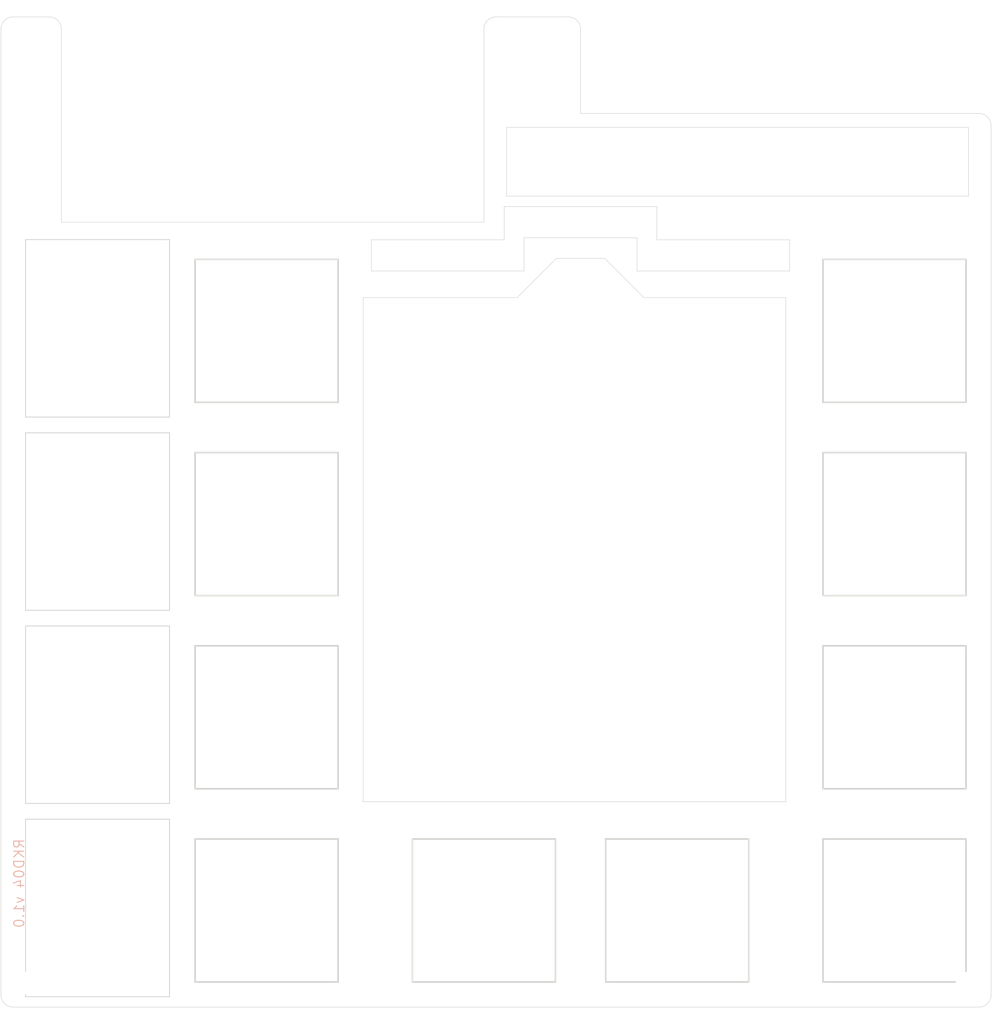
<source format=kicad_pcb>
(kicad_pcb (version 20240108) (generator "pcbnew") (generator_version "8.0")
  (layers (0 "F.Cu" signal) (31 "B.Cu" signal) (34 "B.Paste" user) (35 "F.Paste" user) (36 "B.SilkS" user "B.Silkscreen") (37 "F.SilkS" user "F.Silkscreen") (38 "B.Mask" user) (39 "F.Mask" user) (44 "Edge.Cuts" user))
  (net 0 "")
  (footprint "kbd_SW_Hole:SW_Hole_1u" (layer "F.Cu") (at 130.968648 66.674987)
    (property "Reference" "SW12" (hide yes))
    (property "Value" "SW_Push" (hide yes))
    (fp_line (start -7.05 -7.05) (end 7.05 -7.05) (stroke (width 0.15)) (layer "Edge.Cuts"))
    (fp_line (start -7.05 7.05) (end -7.05 -7.05) (stroke (width 0.15)) (layer "Edge.Cuts"))
    (fp_line (start 7.05 -7.05) (end 7.05 7.05) (stroke (width 0.15)) (layer "Edge.Cuts"))
    (fp_line (start 7.05 7.05) (end -7.05 7.05) (stroke (width 0.15)) (layer "Edge.Cuts"))
  )
  (footprint "kbd_SW_Hole:SW_Hole_1u" (layer "F.Cu") (at 69.056148 104.774937)
    (property "Reference" "SW8" (hide yes))
    (property "Value" "SW_Push" (hide yes))
    (fp_line (start -7.05 -7.05) (end 7.05 -7.05) (stroke (width 0.15)) (layer "Edge.Cuts"))
    (fp_line (start -7.05 7.05) (end -7.05 -7.05) (stroke (width 0.15)) (layer "Edge.Cuts"))
    (fp_line (start 7.05 -7.05) (end 7.05 7.05) (stroke (width 0.15)) (layer "Edge.Cuts"))
    (fp_line (start 7.05 7.05) (end -7.05 7.05) (stroke (width 0.15)) (layer "Edge.Cuts"))
  )
  (footprint "kbd_SW_Hole:SW_Hole_1u" (layer "F.Cu") (at 90.487448 104.774937)
    (property "Reference" "SW9" (hide yes))
    (property "Value" "SW_Push" (hide yes))
    (fp_line (start -7.05 -7.05) (end 7.05 -7.05) (stroke (width 0.15)) (layer "Edge.Cuts"))
    (fp_line (start -7.05 7.05) (end -7.05 -7.05) (stroke (width 0.15)) (layer "Edge.Cuts"))
    (fp_line (start 7.05 -7.05) (end 7.05 7.05) (stroke (width 0.15)) (layer "Edge.Cuts"))
    (fp_line (start 7.05 7.05) (end -7.05 7.05) (stroke (width 0.15)) (layer "Edge.Cuts"))
  )
  (footprint "kbd_SW_Hole:SW_Hole_1u" (layer "F.Cu") (at 69.056098 85.724987)
    (property "Reference" "SW7" (hide yes))
    (property "Value" "SW_Push" (hide yes))
    (fp_line (start -7.05 -7.05) (end 7.05 -7.05) (stroke (width 0.15)) (layer "Edge.Cuts"))
    (fp_line (start -7.05 7.05) (end -7.05 -7.05) (stroke (width 0.15)) (layer "Edge.Cuts"))
    (fp_line (start 7.05 -7.05) (end 7.05 7.05) (stroke (width 0.15)) (layer "Edge.Cuts"))
    (fp_line (start 7.05 7.05) (end -7.05 7.05) (stroke (width 0.15)) (layer "Edge.Cuts"))
  )
  (footprint "Rikkodo_FootPrint:rkd_KeyHall_6wx45_Cinderella" (layer "F.Cu") (at 115.490523 30.956137 180)
    (property "Reference" "LED3" (hide yes))
    (property "Value" "LED_SK6812MINI-E" (hide yes))
    (fp_line (start 22.775 3.3875) (end -22.775 3.3875) (stroke (width 0.05)) (layer "Edge.Cuts"))
    (fp_line (start 22.775 -3.3875) (end 22.775 3.3875) (stroke (width 0.05)) (layer "Edge.Cuts"))
    (fp_line (start 22.775 -3.3875) (end -22.775 -3.3875) (stroke (width 0.05)) (layer "Edge.Cuts"))
    (fp_line (start -22.775 3.3875) (end -22.775 -3.3875) (stroke (width 0.05)) (layer "Edge.Cuts"))
  )
  (footprint "kbd_SW_Hole:SW_Hole_1u" (layer "F.Cu") (at 69.056098 66.674987)
    (property "Reference" "SW6" (hide yes))
    (property "Value" "SW_Push" (hide yes))
    (fp_line (start -7.05 -7.05) (end 7.05 -7.05) (stroke (width 0.15)) (layer "Edge.Cuts"))
    (fp_line (start -7.05 7.05) (end -7.05 -7.05) (stroke (width 0.15)) (layer "Edge.Cuts"))
    (fp_line (start 7.05 -7.05) (end 7.05 7.05) (stroke (width 0.15)) (layer "Edge.Cuts"))
    (fp_line (start 7.05 7.05) (end -7.05 7.05) (stroke (width 0.15)) (layer "Edge.Cuts"))
  )
  (footprint "BrownSugar_KBD:RotaryEncoder_EC11-Hole" (layer "F.Cu") (at 52.387398 104.774987 180)
    (property "Reference" "SW4")
    (property "Value" "RotaryEncoder_Switch")
    (fp_line (start 7.1 9) (end -7.1 9) (stroke (width 0.08)) (layer "Edge.Cuts"))
    (fp_line (start 7.1 -8.5) (end 7.1 9) (stroke (width 0.08)) (layer "Edge.Cuts"))
    (fp_line (start -7.1 9) (end -7.1 -8.5) (stroke (width 0.08)) (layer "Edge.Cuts"))
    (fp_line (start -7.1 -8.5) (end 7.1 -8.5) (stroke (width 0.08)) (layer "Edge.Cuts"))
  )
  (footprint "BrownSugar_KBD:RotaryEncoder_EC11-Hole" (layer "F.Cu") (at 52.387348 66.674987 180)
    (property "Reference" "SW2")
    (property "Value" "RotaryEncoder_Switch")
    (fp_line (start 7.1 9) (end -7.1 9) (stroke (width 0.08)) (layer "Edge.Cuts"))
    (fp_line (start 7.1 -8.5) (end 7.1 9) (stroke (width 0.08)) (layer "Edge.Cuts"))
    (fp_line (start -7.1 9) (end -7.1 -8.5) (stroke (width 0.08)) (layer "Edge.Cuts"))
    (fp_line (start -7.1 -8.5) (end 7.1 -8.5) (stroke (width 0.08)) (layer "Edge.Cuts"))
  )
  (footprint "kbd_SW_Hole:SW_Hole_1u" (layer "F.Cu") (at 109.537448 104.774937)
    (property "Reference" "SW10" (hide yes))
    (property "Value" "SW_Push" (hide yes))
    (fp_line (start -7.05 -7.05) (end 7.05 -7.05) (stroke (width 0.15)) (layer "Edge.Cuts"))
    (fp_line (start -7.05 7.05) (end -7.05 -7.05) (stroke (width 0.15)) (layer "Edge.Cuts"))
    (fp_line (start 7.05 -7.05) (end 7.05 7.05) (stroke (width 0.15)) (layer "Edge.Cuts"))
    (fp_line (start 7.05 7.05) (end -7.05 7.05) (stroke (width 0.15)) (layer "Edge.Cuts"))
  )
  (footprint "kbd_Hole:m2_Screw_Hole" (layer "F.Cu") (at 45.243788 19.050016)
    (property "Reference" "Ref**")
    (property "Value" "Val**")
    (pad "" np_thru_hole circle (at 0 0) (size 2.2 2.2) (drill 2.2) (layers "*.Cu" "*.Mask"))
  )
  (footprint "kbd_SW_Hole:SW_Hole_1u" (layer "F.Cu") (at 130.968648 47.624987)
    (property "Reference" "SW11" (hide yes))
    (property "Value" "SW_Push" (hide yes))
    (fp_line (start -7.05 -7.05) (end 7.05 -7.05) (stroke (width 0.15)) (layer "Edge.Cuts"))
    (fp_line (start -7.05 7.05) (end -7.05 -7.05) (stroke (width 0.15)) (layer "Edge.Cuts"))
    (fp_line (start 7.05 -7.05) (end 7.05 7.05) (stroke (width 0.15)) (layer "Edge.Cuts"))
    (fp_line (start 7.05 7.05) (end -7.05 7.05) (stroke (width 0.15)) (layer "Edge.Cuts"))
  )
  (footprint "kbd_SW_Hole:SW_Hole_1u" (layer "F.Cu") (at 69.056098 47.624987)
    (property "Reference" "SW5" (hide yes))
    (property "Value" "SW_Push" (hide yes))
    (fp_line (start -7.05 -7.05) (end 7.05 -7.05) (stroke (width 0.15)) (layer "Edge.Cuts"))
    (fp_line (start -7.05 7.05) (end -7.05 -7.05) (stroke (width 0.15)) (layer "Edge.Cuts"))
    (fp_line (start 7.05 -7.05) (end 7.05 7.05) (stroke (width 0.15)) (layer "Edge.Cuts"))
    (fp_line (start 7.05 7.05) (end -7.05 7.05) (stroke (width 0.15)) (layer "Edge.Cuts"))
  )
  (footprint "kbd_SW_Hole:SW_Hole_1u" (layer "F.Cu") (at 130.968648 104.774987)
    (property "Reference" "SW14" (hide yes))
    (property "Value" "SW_Push" (hide yes))
    (fp_line (start -7.05 -7.05) (end 7.05 -7.05) (stroke (width 0.15)) (layer "Edge.Cuts"))
    (fp_line (start -7.05 7.05) (end -7.05 -7.05) (stroke (width 0.15)) (layer "Edge.Cuts"))
    (fp_line (start 7.05 -7.05) (end 7.05 7.05) (stroke (width 0.15)) (layer "Edge.Cuts"))
    (fp_line (start 7.05 7.05) (end -7.05 7.05) (stroke (width 0.15)) (layer "Edge.Cuts"))
  )
  (footprint "BrownSugar_KBD:RotaryEncoder_EC11-Hole" (layer "F.Cu") (at 52.387348 47.624987 180)
    (property "Reference" "SW1")
    (property "Value" "RotaryEncoder_Switch")
    (fp_line (start 7.1 9) (end -7.1 9) (stroke (width 0.08)) (layer "Edge.Cuts"))
    (fp_line (start 7.1 -8.5) (end 7.1 9) (stroke (width 0.08)) (layer "Edge.Cuts"))
    (fp_line (start -7.1 9) (end -7.1 -8.5) (stroke (width 0.08)) (layer "Edge.Cuts"))
    (fp_line (start -7.1 -8.5) (end 7.1 -8.5) (stroke (width 0.08)) (layer "Edge.Cuts"))
  )
  (footprint "kbd_Hole:m2_Screw_Hole" (layer "F.Cu") (at 138.1125 111.91875)
    (property "Reference" "Ref**")
    (property "Value" "Val**")
    (pad "" np_thru_hole circle (at 0 0) (size 2.2 2.2) (drill 2.2) (layers "*.Cu" "*.Mask"))
  )
  (footprint "BrownSugar_KBD:RotaryEncoder_EC11-Hole" (layer "F.Cu") (at 52.387348 85.724987 180)
    (property "Reference" "SW3")
    (property "Value" "RotaryEncoder_Switch")
    (fp_line (start 7.1 9) (end -7.1 9) (stroke (width 0.08)) (layer "Edge.Cuts"))
    (fp_line (start 7.1 -8.5) (end 7.1 9) (stroke (width 0.08)) (layer "Edge.Cuts"))
    (fp_line (start -7.1 9) (end -7.1 -8.5) (stroke (width 0.08)) (layer "Edge.Cuts"))
    (fp_line (start -7.1 -8.5) (end 7.1 -8.5) (stroke (width 0.08)) (layer "Edge.Cuts"))
  )
  (footprint "kbd_SW_Hole:SW_Hole_1u" (layer "F.Cu") (at 130.968648 85.724987)
    (property "Reference" "SW13" (hide yes))
    (property "Value" "SW_Push" (hide yes))
    (fp_line (start -7.05 -7.05) (end 7.05 -7.05) (stroke (width 0.15)) (layer "Edge.Cuts"))
    (fp_line (start -7.05 7.05) (end -7.05 -7.05) (stroke (width 0.15)) (layer "Edge.Cuts"))
    (fp_line (start 7.05 -7.05) (end 7.05 7.05) (stroke (width 0.15)) (layer "Edge.Cuts"))
    (fp_line (start 7.05 7.05) (end -7.05 7.05) (stroke (width 0.15)) (layer "Edge.Cuts"))
  )
  (footprint "kbd_Hole:m2_Screw_Hole" (layer "F.Cu") (at 45.24375 111.91875)
    (property "Reference" "Ref**")
    (property "Value" "Val**")
    (pad "" np_thru_hole circle (at 0 0) (size 2.2 2.2) (drill 2.2) (layers "*.Cu" "*.Mask"))
  )
  (footprint "kbd_Hole:m2_Screw_Hole" (layer "F.Cu") (at 97.63125 19.05)
    (property "Reference" "Ref**")
    (property "Value" "Val**")
    (pad "" np_thru_hole circle (at 0 0) (size 2.2 2.2) (drill 2.2) (layers "*.Cu" "*.Mask"))
  )
  (gr_arc (start 98.821875 16.66875) (mid 99.663774 17.017476) (end 100.0125 17.859375) (stroke (width 0.05)) (layer "Edge.Cuts"))
  (gr_line (start 92.487483 38.64606) (end 79.390608 38.646049) (stroke (width 0.05)) (layer "Edge.Cuts"))
  (gr_line (start 107.537483 35.371891) (end 92.487483 35.371891) (stroke (width 0.05)) (layer "Edge.Cuts"))
  (gr_line (start 42.8625 17.859375) (end 42.8625 113.109375) (stroke (width 0.05)) (layer "Edge.Cuts"))
  (gr_line (start 92.487483 38.64606) (end 92.487483 35.371891) (stroke (width 0.05)) (layer "Edge.Cuts"))
  (gr_line (start 120.634358 38.64606) (end 107.537483 38.64606) (stroke (width 0.05)) (layer "Edge.Cuts"))
  (gr_line (start 105.584358 38.446891) (end 105.584358 41.72106) (stroke (width 0.05)) (layer "Edge.Cuts"))
  (gr_line (start 90.487576 36.909406) (end 48.815666 36.909406) (stroke (width 0.05)) (layer "Edge.Cuts"))
  (gr_line (start 90.487577 17.85939) (end 90.487576 36.909406) (stroke (width 0.05)) (layer "Edge.Cuts"))
  (gr_line (start 97.63125 40.48125) (end 102.39375 40.48125) (stroke (width 0.05)) (layer "Edge.Cuts"))
  (gr_arc (start 90.487577 17.85939) (mid 90.836303 17.017491) (end 91.678202 16.668765) (stroke (width 0.05)) (layer "Edge.Cuts"))
  (gr_arc (start 42.8625 17.859375) (mid 43.211226 17.017476) (end 44.053125 16.66875) (stroke (width 0.05)) (layer "Edge.Cuts"))
  (gr_line (start 140.4938 27.384375) (end 140.49375 113.109375) (stroke (width 0.05)) (layer "Edge.Cuts"))
  (gr_line (start 48.815666 36.909406) (end 48.815666 17.85939) (stroke (width 0.05)) (layer "Edge.Cuts"))
  (gr_line (start 78.581081 44.350733) (end 93.76164 44.350744) (stroke (width 0.05)) (layer "Edge.Cuts"))
  (gr_line (start 94.440608 38.44688) (end 94.440608 41.721049) (stroke (width 0.05)) (layer "Edge.Cuts"))
  (gr_arc (start 139.30315 26.19375) (mid 140.145098 26.542435) (end 140.4938 27.384375) (stroke (width 0.05)) (layer "Edge.Cuts"))
  (gr_line (start 100.0125 17.859375) (end 100.0125 26.19375) (stroke (width 0.05)) (layer "Edge.Cuts"))
  (gr_arc (start 44.053125 114.3) (mid 43.211226 113.951274) (end 42.8625 113.109375) (stroke (width 0.05)) (layer "Edge.Cuts"))
  (gr_line (start 78.581215 94.059362) (end 120.252954 94.059362) (stroke (width 0.05)) (layer "Edge.Cuts"))
  (gr_arc (start 140.49375 113.109375) (mid 140.145024 113.951274) (end 139.303125 114.3) (stroke (width 0.05)) (layer "Edge.Cuts"))
  (gr_line (start 97.63125 40.48125) (end 93.76164 44.350744) (stroke (width 0.05)) (layer "Edge.Cuts"))
  (gr_line (start 102.39375 40.48125) (end 106.263192 44.350744) (stroke (width 0.05)) (layer "Edge.Cuts"))
  (gr_line (start 120.252954 94.059362) (end 120.252921 44.350733) (stroke (width 0.05)) (layer "Edge.Cuts"))
  (gr_line (start 79.390608 41.721049) (end 94.440608 41.721049) (stroke (width 0.05)) (layer "Edge.Cuts"))
  (gr_line (start 47.62504 16.668765) (end 44.053125 16.66875) (stroke (width 0.05)) (layer "Edge.Cuts"))
  (gr_line (start 79.390608 38.646049) (end 79.390608 41.721049) (stroke (width 0.05)) (layer "Edge.Cuts"))
  (gr_line (start 105.584358 41.72106) (end 120.634358 41.72106) (stroke (width 0.05)) (layer "Edge.Cuts"))
  (gr_line (start 120.634358 41.72106) (end 120.634358 38.64606) (stroke (width 0.05)) (layer "Edge.Cuts"))
  (gr_line (start 105.584358 38.446891) (end 94.440608 38.44688) (stroke (width 0.05)) (layer "Edge.Cuts"))
  (gr_line (start 98.821875 16.66875) (end 91.678202 16.668765) (stroke (width 0.05)) (layer "Edge.Cuts"))
  (gr_line (start 44.053125 114.3) (end 139.303125 114.3) (stroke (width 0.05)) (layer "Edge.Cuts"))
  (gr_arc (start 47.62504 16.668765) (mid 48.466939 17.017491) (end 48.815665 17.85939) (stroke (width 0.05)) (layer "Edge.Cuts"))
  (gr_line (start 139.3031 26.19375) (end 100.0125 26.19375) (stroke (width 0.05)) (layer "Edge.Cuts"))
  (gr_line (start 107.537483 38.64606) (end 107.537483 35.371891) (stroke (width 0.05)) (layer "Edge.Cuts"))
  (gr_line (start 106.263192 44.350744) (end 120.252921 44.350733) (stroke (width 0.05)) (layer "Edge.Cuts"))
  (gr_line (start 78.581081 44.350733) (end 78.581215 94.059362) (stroke (width 0.05)) (layer "Edge.Cuts"))
  (gr_text "RKD04 v1.0" (at 45.24375 97.63125 90) (layer "B.SilkS") (effects (font (size 1 1) (thickness 0.1)) (justify left bottom mirror)))
)
</source>
